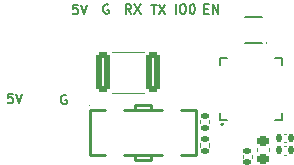
<source format=gbr>
%TF.GenerationSoftware,KiCad,Pcbnew,(6.0.9-0)*%
%TF.CreationDate,2022-11-16T11:59:38+01:00*%
%TF.ProjectId,GlowBand Dock PCB,476c6f77-4261-46e6-9420-446f636b2050,rev?*%
%TF.SameCoordinates,Original*%
%TF.FileFunction,Legend,Top*%
%TF.FilePolarity,Positive*%
%FSLAX46Y46*%
G04 Gerber Fmt 4.6, Leading zero omitted, Abs format (unit mm)*
G04 Created by KiCad (PCBNEW (6.0.9-0)) date 2022-11-16 11:59:38*
%MOMM*%
%LPD*%
G01*
G04 APERTURE LIST*
G04 Aperture macros list*
%AMRoundRect*
0 Rectangle with rounded corners*
0 $1 Rounding radius*
0 $2 $3 $4 $5 $6 $7 $8 $9 X,Y pos of 4 corners*
0 Add a 4 corners polygon primitive as box body*
4,1,4,$2,$3,$4,$5,$6,$7,$8,$9,$2,$3,0*
0 Add four circle primitives for the rounded corners*
1,1,$1+$1,$2,$3*
1,1,$1+$1,$4,$5*
1,1,$1+$1,$6,$7*
1,1,$1+$1,$8,$9*
0 Add four rect primitives between the rounded corners*
20,1,$1+$1,$2,$3,$4,$5,0*
20,1,$1+$1,$4,$5,$6,$7,0*
20,1,$1+$1,$6,$7,$8,$9,0*
20,1,$1+$1,$8,$9,$2,$3,0*%
G04 Aperture macros list end*
%ADD10C,0.150000*%
%ADD11C,0.200000*%
%ADD12C,0.059995*%
%ADD13C,0.120000*%
%ADD14C,0.254001*%
%ADD15C,0.300000*%
%ADD16R,0.600000X0.419990*%
%ADD17RoundRect,0.250000X0.312500X1.450000X-0.312500X1.450000X-0.312500X-1.450000X0.312500X-1.450000X0*%
%ADD18RoundRect,0.135000X0.185000X-0.135000X0.185000X0.135000X-0.185000X0.135000X-0.185000X-0.135000X0*%
%ADD19RoundRect,0.140000X-0.140000X-0.170000X0.140000X-0.170000X0.140000X0.170000X-0.140000X0.170000X0*%
%ADD20R,2.000000X3.500000*%
%ADD21C,0.750013*%
%ADD22C,0.800000*%
%ADD23C,1.200000*%
%ADD24R,0.300000X0.800000*%
%ADD25R,0.280010X0.900000*%
%ADD26R,0.900000X0.280010*%
%ADD27R,3.300000X3.300000*%
%ADD28RoundRect,0.140000X0.170000X-0.140000X0.170000X0.140000X-0.170000X0.140000X-0.170000X-0.140000X0*%
%ADD29RoundRect,0.135000X-0.185000X0.135000X-0.185000X-0.135000X0.185000X-0.135000X0.185000X0.135000X0*%
%ADD30RoundRect,0.225000X-0.250000X0.225000X-0.250000X-0.225000X0.250000X-0.225000X0.250000X0.225000X0*%
%ADD31C,1.900000*%
G04 APERTURE END LIST*
D10*
X104752336Y-60360444D02*
X105019003Y-60360444D01*
X105133289Y-60779491D02*
X104752336Y-60779491D01*
X104752336Y-59979491D01*
X105133289Y-59979491D01*
X105476146Y-60779491D02*
X105476146Y-59979491D01*
X105933289Y-60779491D01*
X105933289Y-59979491D01*
X88528032Y-67548691D02*
X88147079Y-67548691D01*
X88108984Y-67929644D01*
X88147079Y-67891548D01*
X88223270Y-67853453D01*
X88413746Y-67853453D01*
X88489936Y-67891548D01*
X88528032Y-67929644D01*
X88566127Y-68005834D01*
X88566127Y-68196310D01*
X88528032Y-68272501D01*
X88489936Y-68310596D01*
X88413746Y-68348691D01*
X88223270Y-68348691D01*
X88147079Y-68310596D01*
X88108984Y-68272501D01*
X88794698Y-67548691D02*
X89061365Y-68348691D01*
X89328032Y-67548691D01*
X96611536Y-60017587D02*
X96535346Y-59979491D01*
X96421060Y-59979491D01*
X96306774Y-60017587D01*
X96230584Y-60093777D01*
X96192489Y-60169967D01*
X96154393Y-60322348D01*
X96154393Y-60436634D01*
X96192489Y-60589015D01*
X96230584Y-60665206D01*
X96306774Y-60741396D01*
X96421060Y-60779491D01*
X96497251Y-60779491D01*
X96611536Y-60741396D01*
X96649632Y-60703301D01*
X96649632Y-60436634D01*
X96497251Y-60436634D01*
X94014432Y-60030291D02*
X93633479Y-60030291D01*
X93595384Y-60411244D01*
X93633479Y-60373148D01*
X93709670Y-60335053D01*
X93900146Y-60335053D01*
X93976336Y-60373148D01*
X94014432Y-60411244D01*
X94052527Y-60487434D01*
X94052527Y-60677910D01*
X94014432Y-60754101D01*
X93976336Y-60792196D01*
X93900146Y-60830291D01*
X93709670Y-60830291D01*
X93633479Y-60792196D01*
X93595384Y-60754101D01*
X94281098Y-60030291D02*
X94547765Y-60830291D01*
X94814432Y-60030291D01*
X98554679Y-60779491D02*
X98288013Y-60398539D01*
X98097536Y-60779491D02*
X98097536Y-59979491D01*
X98402298Y-59979491D01*
X98478489Y-60017587D01*
X98516584Y-60055682D01*
X98554679Y-60131872D01*
X98554679Y-60246158D01*
X98516584Y-60322348D01*
X98478489Y-60360444D01*
X98402298Y-60398539D01*
X98097536Y-60398539D01*
X98821346Y-59979491D02*
X99354679Y-60779491D01*
X99354679Y-59979491D02*
X98821346Y-60779491D01*
X100262889Y-60030291D02*
X100720032Y-60030291D01*
X100491460Y-60830291D02*
X100491460Y-60030291D01*
X100910508Y-60030291D02*
X101443841Y-60830291D01*
X101443841Y-60030291D02*
X100910508Y-60830291D01*
X102307613Y-60779491D02*
X102307613Y-59979491D01*
X102840946Y-59979491D02*
X102993327Y-59979491D01*
X103069517Y-60017587D01*
X103145708Y-60093777D01*
X103183803Y-60246158D01*
X103183803Y-60512825D01*
X103145708Y-60665206D01*
X103069517Y-60741396D01*
X102993327Y-60779491D01*
X102840946Y-60779491D01*
X102764755Y-60741396D01*
X102688565Y-60665206D01*
X102650470Y-60512825D01*
X102650470Y-60246158D01*
X102688565Y-60093777D01*
X102764755Y-60017587D01*
X102840946Y-59979491D01*
X103679041Y-59979491D02*
X103755232Y-59979491D01*
X103831422Y-60017587D01*
X103869517Y-60055682D01*
X103907613Y-60131872D01*
X103945708Y-60284253D01*
X103945708Y-60474729D01*
X103907613Y-60627110D01*
X103869517Y-60703301D01*
X103831422Y-60741396D01*
X103755232Y-60779491D01*
X103679041Y-60779491D01*
X103602851Y-60741396D01*
X103564755Y-60703301D01*
X103526660Y-60627110D01*
X103488565Y-60474729D01*
X103488565Y-60284253D01*
X103526660Y-60131872D01*
X103564755Y-60055682D01*
X103602851Y-60017587D01*
X103679041Y-59979491D01*
X93055536Y-67688387D02*
X92979346Y-67650291D01*
X92865060Y-67650291D01*
X92750774Y-67688387D01*
X92674584Y-67764577D01*
X92636489Y-67840767D01*
X92598393Y-67993148D01*
X92598393Y-68107434D01*
X92636489Y-68259815D01*
X92674584Y-68336006D01*
X92750774Y-68412196D01*
X92865060Y-68450291D01*
X92941251Y-68450291D01*
X93055536Y-68412196D01*
X93093632Y-68374101D01*
X93093632Y-68107434D01*
X92941251Y-68107434D01*
D11*
%TO.C,U1*%
X108198813Y-61044787D02*
X109598813Y-61044787D01*
X108198813Y-63244787D02*
X109598813Y-63244787D01*
X109992285Y-63238996D02*
G75*
G03*
X109989745Y-63238996I-1270J-134405D01*
G01*
D12*
X109982252Y-63244711D02*
G75*
G03*
X109982252Y-63244711I-29997J0D01*
G01*
D13*
%TO.C,F1*%
X99667865Y-67461587D02*
X96895361Y-67461587D01*
X99667865Y-64041587D02*
X96895361Y-64041587D01*
%TO.C,R1*%
X104404013Y-70070828D02*
X104404013Y-69763546D01*
X105164013Y-70070828D02*
X105164013Y-69763546D01*
%TO.C,C3*%
X111472577Y-72715587D02*
X111688249Y-72715587D01*
X111472577Y-71995587D02*
X111688249Y-71995587D01*
%TO.C,C4*%
X111472577Y-71648787D02*
X111688249Y-71648787D01*
X111472577Y-70928787D02*
X111688249Y-70928787D01*
D14*
%TO.C,U2*%
X98901270Y-73131587D02*
X98900025Y-72731587D01*
X98901575Y-68531587D02*
X100201575Y-68531587D01*
X100201270Y-72881600D02*
X100201270Y-72731587D01*
X102744145Y-72731587D02*
X104021616Y-72731587D01*
X98901575Y-68781574D02*
X98901575Y-68931587D01*
X95081610Y-68931587D02*
X95081610Y-72731587D01*
X96359081Y-68931587D02*
X95081610Y-68931587D01*
X104021616Y-68931587D02*
X102744145Y-68931587D01*
X100201270Y-73131587D02*
X100201270Y-72881600D01*
X100201270Y-73131587D02*
X98901270Y-73131587D01*
X97944145Y-72731587D02*
X101159081Y-72731587D01*
X101159081Y-68931587D02*
X97944145Y-68931587D01*
X104021616Y-72731587D02*
X104021616Y-68941595D01*
X95081610Y-72731587D02*
X96359081Y-72731587D01*
X100201575Y-68531587D02*
X100202820Y-68931587D01*
X98901575Y-68531587D02*
X98901575Y-68781574D01*
D12*
X95061621Y-68526710D02*
G75*
G03*
X95061621Y-68526710I-29998J0D01*
G01*
D11*
%TO.C,U3*%
X106695410Y-64501067D02*
X106045423Y-64501067D01*
X111345397Y-64501067D02*
X110695410Y-64501067D01*
X106695410Y-69801041D02*
X106045423Y-69801041D01*
X111345397Y-65151054D02*
X111345397Y-64501067D01*
X106045423Y-64501067D02*
X106045423Y-65151054D01*
X106045423Y-69801041D02*
X106045423Y-69151054D01*
X110695410Y-69801041D02*
X111345397Y-69801041D01*
X111345397Y-69801041D02*
X111345397Y-69151054D01*
D15*
X106246845Y-70150800D02*
G75*
G03*
X106244305Y-70150800I-1270J-161288D01*
G01*
D13*
%TO.C,C2*%
X108020013Y-72971423D02*
X108020013Y-72755751D01*
X108740013Y-72971423D02*
X108740013Y-72755751D01*
%TO.C,R2*%
X104404013Y-71744746D02*
X104404013Y-72052028D01*
X105164013Y-71744746D02*
X105164013Y-72052028D01*
%TO.C,C1*%
X110210813Y-72164207D02*
X110210813Y-72445367D01*
X109190813Y-72164207D02*
X109190813Y-72445367D01*
%TD*%
%LPC*%
D16*
%TO.C,U1*%
X109848775Y-62794774D03*
X109848775Y-62144787D03*
X109848775Y-61494800D03*
X107948851Y-61494800D03*
X107948851Y-62144787D03*
X107948851Y-62794774D03*
%TD*%
D17*
%TO.C,F1*%
X100419113Y-65751587D03*
X96144113Y-65751587D03*
%TD*%
D18*
%TO.C,R1*%
X104784013Y-70427187D03*
X104784013Y-69407187D03*
%TD*%
D19*
%TO.C,C3*%
X111100413Y-72355587D03*
X112060413Y-72355587D03*
%TD*%
D20*
%TO.C,P2*%
X88731213Y-70831587D03*
%TD*%
D19*
%TO.C,C4*%
X111100413Y-71288787D03*
X112060413Y-71288787D03*
%TD*%
D21*
%TO.C,U2*%
X95801499Y-70831714D03*
D22*
X103301626Y-70831714D03*
D23*
X97151511Y-72981574D03*
X101951613Y-68681600D03*
X101951613Y-72981574D03*
X97151511Y-68681600D03*
D24*
X96801499Y-70031612D03*
X97301626Y-70031612D03*
X97801499Y-70031612D03*
X98301626Y-70031612D03*
X98801499Y-70031612D03*
X99301626Y-70031612D03*
X99801499Y-70031612D03*
X100301626Y-70031612D03*
X100801499Y-70031612D03*
X101301626Y-70031612D03*
X101801499Y-70031612D03*
X102301626Y-70031612D03*
X102301626Y-71631562D03*
X101801499Y-71631562D03*
X101301626Y-71631562D03*
X100801499Y-71631562D03*
X100301626Y-71631562D03*
X99801499Y-71631562D03*
X99301626Y-71631562D03*
X98801499Y-71631562D03*
X98301626Y-71631562D03*
X97801499Y-71631562D03*
X97301626Y-71631562D03*
X96801499Y-71631562D03*
%TD*%
D25*
%TO.C,U3*%
X107194343Y-69651003D03*
X107694724Y-69651003D03*
X108195105Y-69651003D03*
X108695486Y-69651003D03*
X109195867Y-69651003D03*
X109696248Y-69651003D03*
X110196629Y-69651003D03*
D26*
X111195613Y-68652273D03*
X111195613Y-68151892D03*
X111195613Y-67651511D03*
X111195613Y-67151130D03*
X111195613Y-66650749D03*
X111195613Y-66150368D03*
X111195613Y-65649987D03*
D25*
X110196629Y-64651003D03*
X109696248Y-64651003D03*
X109195867Y-64651003D03*
X108695486Y-64651003D03*
X108195105Y-64651003D03*
X107694724Y-64651003D03*
X107194343Y-64651003D03*
D26*
X106195613Y-65649987D03*
X106195613Y-66150368D03*
X106195613Y-66650749D03*
X106195613Y-67151130D03*
X106195613Y-67651511D03*
X106195613Y-68151892D03*
X106195613Y-68652273D03*
D27*
X108695486Y-67151130D03*
%TD*%
D28*
%TO.C,C2*%
X108380013Y-73343587D03*
X108380013Y-72383587D03*
%TD*%
D29*
%TO.C,R2*%
X104784013Y-71388387D03*
X104784013Y-72408387D03*
%TD*%
D30*
%TO.C,C1*%
X109700813Y-71529787D03*
X109700813Y-73079787D03*
%TD*%
D20*
%TO.C,P3*%
X92871413Y-70831587D03*
%TD*%
D31*
%TO.C,P1*%
X94294013Y-62392187D03*
X96494013Y-62392187D03*
X98694013Y-62392187D03*
X100894013Y-62392187D03*
X103094013Y-62392187D03*
X105294013Y-62392187D03*
%TD*%
M02*

</source>
